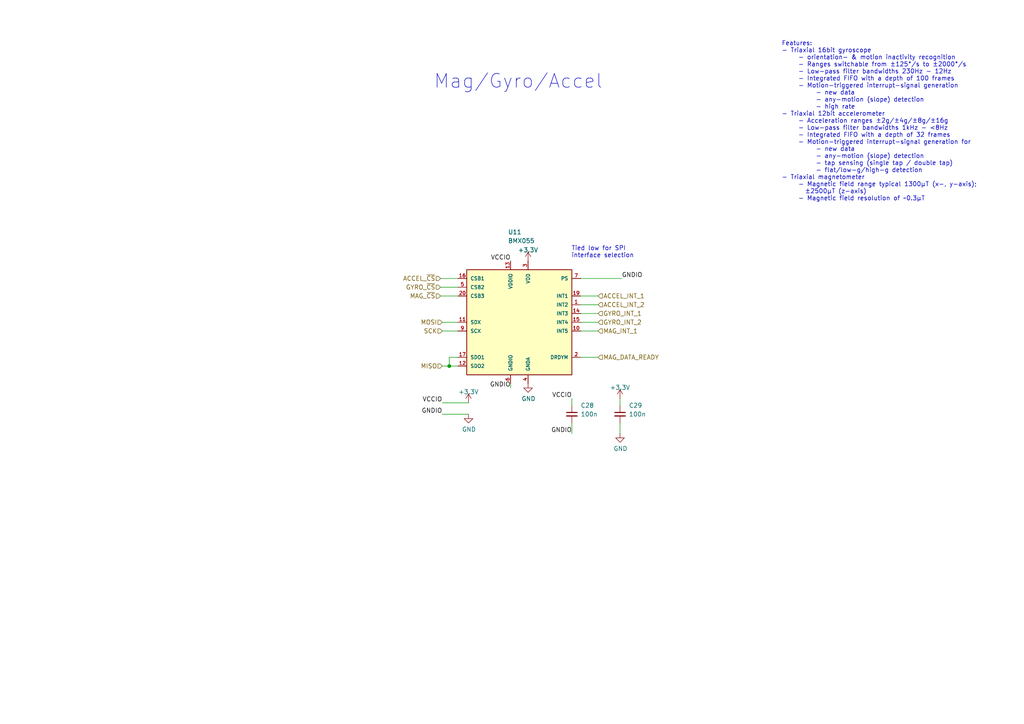
<source format=kicad_sch>
(kicad_sch (version 20230121) (generator eeschema)
  (paper "A4")
  (lib_symbols
    (symbol "+3.3V_1" (power) (pin_names (offset 0))
      (property "Value" "+3.3V_1" (at 0 3.556 0))
      (symbol "+3.3V_1_0_1"
        (polyline (pts (xy -0.762 1.27) (xy 0 2.54)))
        (polyline (pts (xy 0 0) (xy 0 2.54)))
        (polyline (pts (xy 0 2.54) (xy 0.762 1.27)))
      )
      (symbol "+3.3V_1_1_1"
        (pin power_in line (at 0 0 90) (length 0) hide (name "+3.3V") (number "1"))
      )
    )
    (symbol "BMX055:BMX055" (pin_names (offset 1.016))
      (property "Reference" "U" (at -15.24 17.78 0))
      (property "Value" "BMX055" (at -15.2654 -17.8054 0))
      (symbol "BMX055_0_0"
        (rectangle (start -15.24 -15.24) (end 15.24 15.24) (stroke (width 0.254)) (fill (type background)))
        (pin bidirectional line (at 17.78 5.08 180) (length 2.54) (name "INT2") (number "1"))
        (pin bidirectional line (at 17.78 -2.54 180) (length 2.54) (name "INT5") (number "10"))
        (pin bidirectional line (at -17.78 0 0) (length 2.54) (name "SDX") (number "11"))
        (pin bidirectional line (at -17.78 -12.7 0) (length 2.54) (name "SDO2") (number "12"))
        (pin bidirectional line (at -2.54 17.78 270) (length 2.54) (name "VDDIO") (number "13"))
        (pin bidirectional line (at 17.78 2.54 180) (length 2.54) (name "INT3") (number "14"))
        (pin bidirectional line (at 17.78 0 180) (length 2.54) (name "INT4") (number "15"))
        (pin bidirectional line (at -17.78 12.7 0) (length 2.54) (name "CSB1") (number "16"))
        (pin bidirectional line (at -17.78 -10.16 0) (length 2.54) (name "SDO1") (number "17"))
        (pin bidirectional line (at 17.78 7.62 180) (length 2.54) (name "INT1") (number "19"))
        (pin bidirectional line (at 17.78 -10.16 180) (length 2.54) (name "DRDYM") (number "2"))
        (pin bidirectional line (at -17.78 7.62 0) (length 2.54) (name "CSB3") (number "20"))
        (pin bidirectional line (at 2.54 17.78 270) (length 2.54) (name "VDD") (number "3"))
        (pin bidirectional line (at 2.54 -17.78 90) (length 2.54) (name "GNDA") (number "4"))
        (pin bidirectional line (at -17.78 10.16 0) (length 2.54) (name "CSB2") (number "5"))
        (pin bidirectional line (at -2.54 -17.78 90) (length 2.54) (name "GNDIO") (number "6"))
        (pin bidirectional line (at 17.78 12.7 180) (length 2.54) (name "PS") (number "7"))
        (pin bidirectional line (at -17.78 -2.54 0) (length 2.54) (name "SCX") (number "9"))
      )
    )
    (symbol "Device:C_Small" (pin_numbers hide) (pin_names (offset 0.254) hide)
      (property "Reference" "C" (at 0.254 1.778 0))
      (property "Value" "C_Small" (at 0.254 -2.032 0))
      (symbol "C_Small_0_1"
        (polyline (pts (xy -1.524 -0.508) (xy 1.524 -0.508)) (stroke (width 0.3302)))
        (polyline (pts (xy -1.524 0.508) (xy 1.524 0.508)) (stroke (width 0.3048)))
      )
      (symbol "C_Small_1_1"
        (pin passive line (at 0 2.54 270) (length 2.032) (name "~") (number "1"))
        (pin passive line (at 0 -2.54 90) (length 2.032) (name "~") (number "2"))
      )
    )
    (symbol "power:GND" (power) (pin_names (offset 0))
      (property "Value" "GND" (at 0 -3.81 0))
      (symbol "GND_0_1"
        (polyline (pts (xy 0 0) (xy 0 -1.27) (xy 1.27 -1.27) (xy 0 -2.54) (xy -1.27 -1.27) (xy 0 -1.27)))
      )
      (symbol "GND_1_1"
        (pin power_in line (at 0 0 270) (length 0) hide (name "GND") (number "1"))
      )
    )
  )
  (junction (at 130.302 106.172))
  (wire (pts (xy 127.762 80.772) (xy 132.842 80.772)))
  (wire (pts (xy 168.402 96.012) (xy 173.482 96.012)))
  (wire (pts (xy 130.302 103.632) (xy 130.302 106.172)))
  (wire (pts (xy 127.762 83.312) (xy 132.842 83.312)))
  (wire (pts (xy 179.832 122.682) (xy 179.832 125.73)))
  (wire (pts (xy 179.832 115.57) (xy 179.832 117.602)))
  (wire (pts (xy 168.402 93.472) (xy 173.482 93.472)))
  (wire (pts (xy 165.862 122.682) (xy 165.862 125.73)))
  (wire (pts (xy 168.402 90.932) (xy 173.482 90.932)))
  (wire (pts (xy 128.27 106.172) (xy 130.302 106.172)))
  (wire (pts (xy 148.082 111.252) (xy 148.082 112.522)))
  (wire (pts (xy 130.302 106.172) (xy 132.842 106.172)))
  (wire (pts (xy 128.27 120.142) (xy 135.89 120.142)))
  (wire (pts (xy 128.27 96.012) (xy 132.842 96.012)))
  (wire (pts (xy 168.402 85.852) (xy 173.482 85.852)))
  (wire (pts (xy 127.762 85.852) (xy 132.842 85.852)))
  (wire (pts (xy 165.862 115.57) (xy 165.862 117.602)))
  (wire (pts (xy 168.402 80.772) (xy 180.34 80.772)))
  (wire (pts (xy 128.27 116.84) (xy 135.89 116.84)))
  (wire (pts (xy 168.402 103.632) (xy 173.482 103.632)))
  (wire (pts (xy 168.402 88.392) (xy 173.482 88.392)))
  (wire (pts (xy 128.27 93.472) (xy 132.842 93.472)))
  (wire (pts (xy 132.842 103.632) (xy 130.302 103.632)))
  (text "Mag/Gyro/Accel" (at 125.73 26.035 0) (effects (font (size 3.9878 3.9878)) (justify left bottom)))
  (text "Tied low for SPI\ninterface selection" (at 165.735 74.93 0) (effects (font (size 1.27 1.27)) (justify left bottom)))
  (text "Features:\n- Triaxial 16bit gyroscope\n	- orientation- & motion inactivity recognition\n	- Ranges switchable from ±125°/s to ±2000°/s\n	- Low-pass filter bandwidths 230Hz - 12Hz\n	- Integrated FIFO with a depth of 100 frames\n	- Motion-triggered interrupt-signal generation\n		- new data\n		- any-motion (slope) detection\n		- high rate\n- Triaxial 12bit accelerometer\n	- Acceleration ranges ±2g/±4g/±8g/±16g\n	- Low-pass filter bandwidths 1kHz - <8Hz\n	- Integrated FIFO with a depth of 32 frames\n	- Motion-triggered interrupt-signal generation for\n		- new data\n		- any-motion (slope) detection\n		- tap sensing (single tap / double tap)\n		- flat/low-g/high-g detection\n- Triaxial magnetometer\n	- Magnetic field range typical 1300µT (x-, y-axis);\n	  ±2500µT (z-axis)\n	- Magnetic field resolution of ~0.3µT" (at 226.695 58.42 0) (effects (font (size 1.27 1.27)) (justify left bottom)))
  (label "GNDIO" (at 148.082 112.522 180))
  (label "VCCIO" (at 165.862 115.57 180))
  (label "GNDIO" (at 128.27 120.142 180))
  (label "GNDIO" (at 180.34 80.772 0))
  (label "GNDIO" (at 165.862 125.73 180))
  (label "VCCIO" (at 148.082 75.692 180))
  (label "VCCIO" (at 128.27 116.84 180))
  (hierarchical_label "GYRO_~{CS}" (shape input) (at 127.762 83.312 180))
  (hierarchical_label "MISO" (shape input) (at 128.27 106.172 180))
  (hierarchical_label "SCK" (shape input) (at 128.27 96.012 180))
  (hierarchical_label "ACCEL_INT_1" (shape input) (at 173.482 85.852 0))
  (hierarchical_label "MAG_~{CS}" (shape input) (at 127.762 85.852 180))
  (hierarchical_label "ACCEL_~{CS}" (shape input) (at 127.762 80.772 180))
  (hierarchical_label "MAG_DATA_READY" (shape input) (at 173.482 103.632 0))
  (hierarchical_label "ACCEL_INT_2" (shape input) (at 173.482 88.392 0))
  (hierarchical_label "GYRO_INT_2" (shape input) (at 173.482 93.472 0))
  (hierarchical_label "MOSI" (shape input) (at 128.27 93.472 180))
  (hierarchical_label "GYRO_INT_1" (shape input) (at 173.482 90.932 0))
  (hierarchical_label "MAG_INT_1" (shape input) (at 173.482 96.012 0))
  (symbol (lib_id "power:GND") (at 179.832 125.73 0) (unit 1)
    (property "Reference" "#PWR0176" (effects hide))
    (property "Value" "GND" (at 179.959 130.1242 0))
  )
  (symbol (lib_name "+3.3V_1") (lib_id "power:+3.3V") (at 179.832 115.57 0) (unit 1)
    (property "Reference" "#PWR07" (effects hide))
    (property "Value" "+3.3V" (at 179.832 112.395 0))
    (instances (project "Strelka_Flight_Computer" (path "" (reference "#PWR07") (unit 1)) (path "" (reference "#PWR012") (unit 1))))
  )
  (symbol (lib_id "BMX055:BMX055") (at 150.622 93.472 0) (unit 1)
    (property "Reference" "U11" (at 147.32 67.31 0) (effects (justify left)))
    (property "Value" "BMX055" (at 147.32 69.85 0) (effects (justify left)))
    (property "Footprint" "Footprints:BMX055" (effects hide))
    (property "Datasheet" "https://datasheet.lcsc.com/lcsc/1811071031_Bosch-Sensortec-BMX055_C94022.pdf" (effects hide))
    (property "LCSC" "C94022" (effects hide))
  )
  (symbol (lib_id "power:GND") (at 135.89 120.142 0) (unit 1)
    (property "Reference" "#PWR0174" (effects hide))
    (property "Value" "GND" (at 136.017 124.5362 0))
  )
  (symbol (lib_id "Device:C_Small") (at 165.862 120.142 0) (unit 1)
    (property "Reference" "C28" (at 168.402 117.602 0) (effects (justify left)))
    (property "Value" "100n" (at 168.402 120.142 0) (effects (justify left)))
    (property "Footprint" "Capacitor_SMD:C_0402_1005Metric" (effects hide))
  )
  (symbol (lib_id "Device:C_Small") (at 179.832 120.142 0) (unit 1)
    (property "Reference" "C29" (at 182.372 117.602 0) (effects (justify left)))
    (property "Value" "100n" (at 182.372 120.142 0) (effects (justify left)))
    (property "Footprint" "Capacitor_SMD:C_0402_1005Metric" (effects hide))
  )
  (symbol (lib_id "power:GND") (at 153.162 111.252 0) (unit 1)
    (property "Reference" "#PWR0173" (effects hide))
    (property "Value" "GND" (at 153.289 115.6462 0))
  )
  (symbol (lib_name "+3.3V_1") (lib_id "power:+3.3V") (at 153.162 75.692 0) (unit 1)
    (property "Reference" "#PWR07" (effects hide))
    (property "Value" "+3.3V" (at 153.162 72.517 0))
    (instances (project "Strelka_Flight_Computer" (path "" (reference "#PWR07") (unit 1)) (path "" (reference "#PWR013") (unit 1))))
  )
  (symbol (lib_name "+3.3V_1") (lib_id "power:+3.3V") (at 135.89 116.84 0) (unit 1)
    (property "Reference" "#PWR07" (effects hide))
    (property "Value" "+3.3V" (at 135.89 113.665 0))
    (instances (project "Strelka_Flight_Computer" (path "" (reference "#PWR07") (unit 1)) (path "" (reference "#PWR011") (unit 1))))
  )
)
</source>
